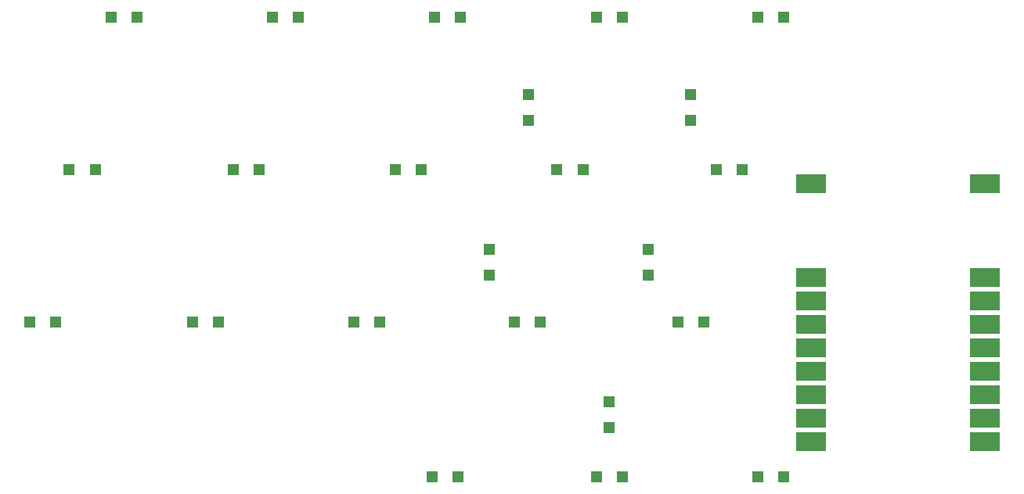
<source format=gbr>
%TF.GenerationSoftware,KiCad,Pcbnew,7.0.0-da2b9df05c~163~ubuntu22.04.1*%
%TF.CreationDate,2023-03-03T11:43:54-08:00*%
%TF.ProjectId,split-single,73706c69-742d-4736-996e-676c652e6b69,rev?*%
%TF.SameCoordinates,Original*%
%TF.FileFunction,Paste,Top*%
%TF.FilePolarity,Positive*%
%FSLAX46Y46*%
G04 Gerber Fmt 4.6, Leading zero omitted, Abs format (unit mm)*
G04 Created by KiCad (PCBNEW 7.0.0-da2b9df05c~163~ubuntu22.04.1) date 2023-03-03 11:43:54*
%MOMM*%
%LPD*%
G01*
G04 APERTURE LIST*
%ADD10R,1.200000X1.200000*%
%ADD11R,3.250000X2.000000*%
G04 APERTURE END LIST*
D10*
%TO.C,D16*%
X79849999Y-56499999D03*
X82649999Y-56499999D03*
%TD*%
%TO.C,D9*%
X66849999Y-39999999D03*
X69649999Y-39999999D03*
%TD*%
%TO.C,D5*%
X106099999Y-23499999D03*
X108899999Y-23499999D03*
%TD*%
%TO.C,D8*%
X49099999Y-39999999D03*
X51899999Y-39999999D03*
%TD*%
%TO.C,D21*%
X88349999Y-73249999D03*
X91149999Y-73249999D03*
%TD*%
%TO.C,D25*%
X94499999Y-51399999D03*
X94499999Y-48599999D03*
%TD*%
%TO.C,D11*%
X101849999Y-39999999D03*
X104649999Y-39999999D03*
%TD*%
%TO.C,D19*%
X98749999Y-34649999D03*
X98749999Y-31849999D03*
%TD*%
%TO.C,D12*%
X119099999Y-39999999D03*
X121899999Y-39999999D03*
%TD*%
%TO.C,D10*%
X84349999Y-39999999D03*
X87149999Y-39999999D03*
%TD*%
%TO.C,D4*%
X88599999Y-23499999D03*
X91399999Y-23499999D03*
%TD*%
%TO.C,D15*%
X62449999Y-56499999D03*
X65249999Y-56499999D03*
%TD*%
%TO.C,D17*%
X97199999Y-56499999D03*
X99999999Y-56499999D03*
%TD*%
%TO.C,D18*%
X114949999Y-56499999D03*
X117749999Y-56499999D03*
%TD*%
%TO.C,D23*%
X123599999Y-73249999D03*
X126399999Y-73249999D03*
%TD*%
%TO.C,D13*%
X107499999Y-67899999D03*
X107499999Y-65099999D03*
%TD*%
%TO.C,D2*%
X53599999Y-23499999D03*
X56399999Y-23499999D03*
%TD*%
%TO.C,D7*%
X111749999Y-51399999D03*
X111749999Y-48599999D03*
%TD*%
D11*
%TO.C,U1*%
X129351999Y-41516749D03*
X129351999Y-51676749D03*
X129351999Y-54216749D03*
X129351999Y-56756749D03*
X129351999Y-59296749D03*
X129351999Y-61836749D03*
X129351999Y-64376749D03*
X129351999Y-66916749D03*
X129351999Y-69456749D03*
X148147999Y-69456749D03*
X148147999Y-66916749D03*
X148147999Y-64376749D03*
X148147999Y-61836749D03*
X148147999Y-59296749D03*
X148147999Y-56756749D03*
X148147999Y-54216749D03*
X148147999Y-51676749D03*
X148147999Y-41516749D03*
%TD*%
D10*
%TO.C,D14*%
X44849999Y-56499999D03*
X47649999Y-56499999D03*
%TD*%
%TO.C,D6*%
X123599999Y-23499999D03*
X126399999Y-23499999D03*
%TD*%
%TO.C,D1*%
X116249999Y-34649999D03*
X116249999Y-31849999D03*
%TD*%
%TO.C,D22*%
X106099999Y-73249999D03*
X108899999Y-73249999D03*
%TD*%
%TO.C,D3*%
X71099999Y-23499999D03*
X73899999Y-23499999D03*
%TD*%
M02*

</source>
